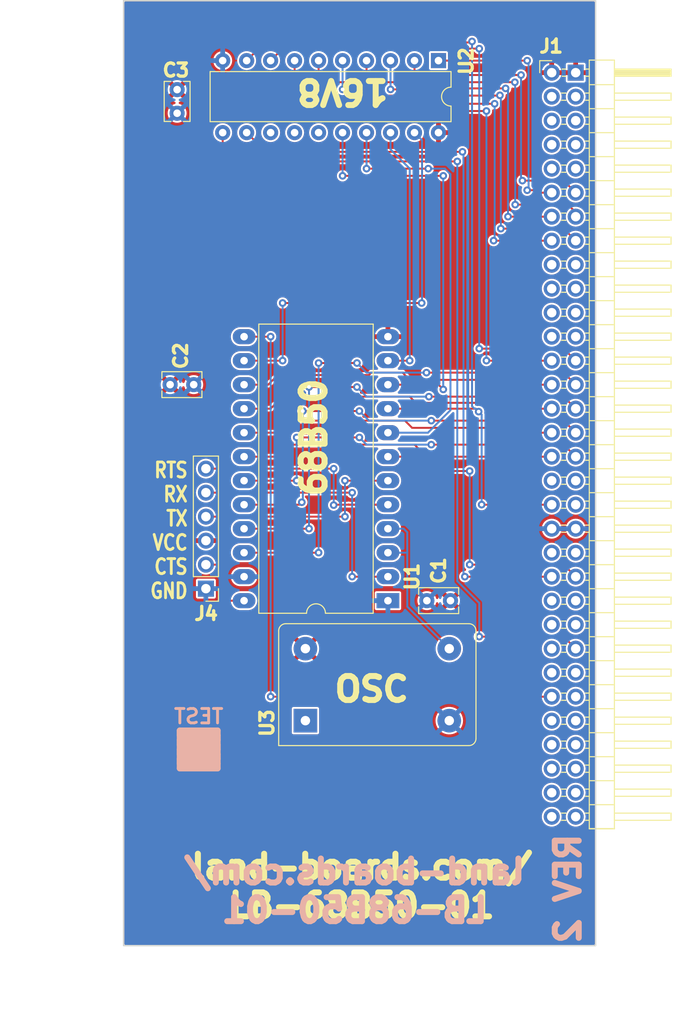
<source format=kicad_pcb>
(kicad_pcb (version 20221018) (generator pcbnew)
  (title_block (title "LB-65C816-01") (date "2022-09-09") (rev "1") (company "land-boards.com"))
  (layers (0 "F.Cu" signal) (31 "B.Cu" signal) (34 "B.Paste" user) (35 "F.Paste" user) (36 "B.SilkS" user "B.Silkscreen") (37 "F.SilkS" user "F.Silkscreen") (38 "B.Mask" user) (39 "F.Mask" user) (44 "Edge.Cuts" user))
  (net 0 "")
  (net 1 "GND")
  (net 2 "/CPUA11")
  (net 3 "/CPUA12")
  (net 4 "/CPUA13")
  (net 5 "/CPUA14")
  (net 6 "/CPUA15")
  (net 7 "/CPUD4")
  (net 8 "/CPUD3")
  (net 9 "/CPUD5")
  (net 10 "/CPUD6")
  (net 11 "/CPUA0")
  (net 12 "/CPUA1")
  (net 13 "/CPUD2")
  (net 14 "/CPUA2")
  (net 15 "/CPUD7")
  (net 16 "/CPUA3")
  (net 17 "/CPUD0")
  (net 18 "/CPUA4")
  (net 19 "/CPUD1")
  (net 20 "/CPUA5")
  (net 21 "/CPUA6")
  (net 22 "/CPUA7")
  (net 23 "/CPUA8")
  (net 24 "/CPUA9")
  (net 25 "/CPUA10")
  (net 26 "/CPUA18")
  (net 27 "/CPUA16")
  (net 28 "/CPUA17")
  (net 29 "/CPUCLK")
  (net 30 "/CPUA22")
  (net 31 "/CPUA23")
  (net 32 "/CPUA20")
  (net 33 "/CPUA21")
  (net 34 "/CPUA19")
  (net 35 "VCC")
  (net 36 "/~{IORQ}")
  (net 37 "/~{CPURESB}")
  (net 38 "/VPA")
  (net 39 "/~{IRQB}")
  (net 49 "/VPB")
  (net 50 "/~{NMIB}")
  (net 51 "/~{ABORT}")
  (net 52 "/VDA")
  (net 53 "/RDY")
  (net 54 "/CPUE")
  (net 55 "/RWB")
  (net 56 "/MLB")
  (net 58 "/~{RAMCS}")
  (net 59 "/~{MEMRD}")
  (net 60 "/~{ROMCS}")
  (net 61 "/CPUMX")
  (net 62 "/ACIACS0")
  (net 63 "/ACIACS1")
  (net 64 "/ACIARS")
  (net 65 "/ACIAE")
  (net 66 "/IORQ")
  (net 69 "Net-(U1-Rx_CLK)")
  (net 70 "/~{IOCS}")
  (net 71 "/UART_CTS_5")
  (net 72 "/UART_TX_5")
  (net 73 "/UART_RX_5")
  (net 74 "/UART_RTS_5")
  (footprint "LandBoards_Conns:PinHeader_2x32_P2.54mm_Horizontal-FLIPPED" (layer "F.Cu") (at 177.35 54.615)
    (fp_text reference "J1" (at -0.058 -2.799) (layer "F.SilkS") (effects (font (size 1.397 1.397) (thickness 0.34925))))
    (fp_text value "Conn_2x32_RtAng")
    (pad "1" thru_hole rect (at 2.54 0) (size 1.7 1.7) (drill 1) (layers "*.Cu" "*.Mask") (net 35 "VCC"))
    (pad "2" thru_hole oval (at 0 0) (size 1.7 1.7) (drill 1) (layers "*.Cu" "*.Mask") (net 35 "VCC"))
    (pad "3" thru_hole oval (at 2.54 2.54) (size 1.7 1.7) (drill 1) (layers "*.Cu" "*.Mask") (net 30 "/CPUA22"))
    (pad "4" thru_hole oval (at 0 2.54) (size 1.7 1.7) (drill 1) (layers "*.Cu" "*.Mask") (net 31 "/CPUA23"))
    (pad "5" thru_hole oval (at 2.54 5.08) (size 1.7 1.7) (drill 1) (layers "*.Cu" "*.Mask") (net 32 "/CPUA20"))
    (pad "6" thru_hole oval (at 0 5.08) (size 1.7 1.7) (drill 1) (layers "*.Cu" "*.Mask") (net 33 "/CPUA21"))
    (pad "7" thru_hole oval (at 2.54 7.62) (size 1.7 1.7) (drill 1) (layers "*.Cu" "*.Mask") (net 26 "/CPUA18"))
    (pad "8" thru_hole oval (at 0 7.62) (size 1.7 1.7) (drill 1) (layers "*.Cu" "*.Mask") (net 34 "/CPUA19"))
    (pad "9" thru_hole oval (at 2.54 10.16) (size 1.7 1.7) (drill 1) (layers "*.Cu" "*.Mask") (net 27 "/CPUA16"))
    (pad "10" thru_hole oval (at 0 10.16) (size 1.7 1.7) (drill 1) (layers "*.Cu" "*.Mask") (net 28 "/CPUA17"))
    (pad "11" thru_hole oval (at 2.54 12.7) (size 1.7 1.7) (drill 1) (layers "*.Cu" "*.Mask") (net 5 "/CPUA14"))
    (pad "12" thru_hole oval (at 0 12.7) (size 1.7 1.7) (drill 1) (layers "*.Cu" "*.Mask") (net 6 "/CPUA15"))
    (pad "13" thru_hole oval (at 2.54 15.24) (size 1.7 1.7) (drill 1) (layers "*.Cu" "*.Mask") (net 3 "/CPUA12"))
    (pad "14" thru_hole oval (at 0 15.24) (size 1.7 1.7) (drill 1) (layers "*.Cu" "*.Mask") (net 4 "/CPUA13"))
    (pad "15" thru_hole oval (at 2.54 17.78) (size 1.7 1.7) (drill 1) (layers "*.Cu" "*.Mask") (net 25 "/CPUA10"))
    (pad "16" thru_hole oval (at 0 17.78) (size 1.7 1.7) (drill 1) (layers "*.Cu" "*.Mask") (net 2 "/CPUA11"))
    (pad "17" thru_hole oval (at 2.54 20.32) (size 1.7 1.7) (drill 1) (layers "*.Cu" "*.Mask") (net 23 "/CPUA8"))
    (pad "18" thru_hole oval (at 0 20.32) (size 1.7 1.7) (drill 1) (layers "*.Cu" "*.Mask") (net 24 "/CPUA9"))
    (pad "19" thru_hole oval (at 2.54 22.86) (size 1.7 1.7) (drill 1) (layers "*.Cu" "*.Mask") (net 21 "/CPUA6"))
    (pad "20" thru_hole oval (at 0 22.86) (size 1.7 1.7) (drill 1) (layers "*.Cu" "*.Mask") (net 22 "/CPUA7"))
    (pad "21" thru_hole oval (at 2.54 25.4) (size 1.7 1.7) (drill 1) (layers "*.Cu" "*.Mask") (net 18 "/CPUA4"))
    (pad "22" thru_hole oval (at 0 25.4) (size 1.7 1.7) (drill 1) (layers "*.Cu" "*.Mask") (net 20 "/CPUA5"))
    (pad "23" thru_hole oval (at 2.54 27.94) (size 1.7 1.7) (drill 1) (layers "*.Cu" "*.Mask") (net 14 "/CPUA2"))
    (pad "24" thru_hole oval (at 0 27.94) (size 1.7 1.7) (drill 1) (layers "*.Cu" "*.Mask") (net 16 "/CPUA3"))
    (pad "25" thru_hole oval (at 2.54 30.48) (size 1.7 1.7) (drill 1) (layers "*.Cu" "*.Mask") (net 11 "/CPUA0"))
    (pad "26" thru_hole oval (at 0 30.48) (size 1.7 1.7) (drill 1) (layers "*.Cu" "*.Mask") (net 12 "/CPUA1"))
    (pad "27" thru_hole oval (at 2.54 33.02) (size 1.7 1.7) (drill 1) (layers "*.Cu" "*.Mask") (net 17 "/CPUD0"))
    (pad "28" thru_hole oval (at 0 33.02) (size 1.7 1.7) (drill 1) (layers "*.Cu" "*.Mask") (net 15 "/CPUD7"))
    (pad "29" thru_hole oval (at 2.54 35.56) (size 1.7 1.7) (drill 1) (layers "*.Cu" "*.Mask") (net 19 "/CPUD1"))
    (pad "30" thru_hole oval (at 0 35.56) (size 1.7 1.7) (drill 1) (layers "*.Cu" "*.Mask") (net 10 "/CPUD6"))
    (pad "31" thru_hole oval (at 2.54 38.1) (size 1.7 1.7) (drill 1) (layers "*.Cu" "*.Mask") (net 13 "/CPUD2"))
    (pad "32" thru_hole oval (at 0 38.1) (size 1.7 1.7) (drill 1) (layers "*.Cu" "*.Mask") (net 9 "/CPUD5"))
    (pad "33" thru_hole oval (at 2.54 40.64) (size 1.7 1.7) (drill 1) (layers "*.Cu" "*.Mask") (net 8 "/CPUD3"))
    (pad "34" thru_hole oval (at 0 40.64) (size 1.7 1.7) (drill 1) (layers "*.Cu" "*.Mask") (net 7 "/CPUD4"))
    (pad "35" thru_hole oval (at 2.54 43.18) (size 1.7 1.7) (drill 1) (layers "*.Cu" "*.Mask") (net 58 "/~{RAMCS}"))
    (pad "36" thru_hole oval (at 0 43.18) (size 1.7 1.7) (drill 1) (layers "*.Cu" "*.Mask") (net 59 "/~{MEMRD}"))
    (pad "37" thru_hole oval (at 2.54 45.72) (size 1.7 1.7) (drill 1) (layers "*.Cu" "*.Mask") (net 60 "/~{ROMCS}"))
    (pad "38" thru_hole oval (at 0 45.72) (size 1.7 1.7) (drill 1) (layers "*.Cu" "*.Mask") (net 70 "/~{IOCS}"))
    (pad "39" thru_hole oval (at 2.54 48.26) (size 1.7 1.7) (drill 1) (layers "*.Cu" "*.Mask") (net 1 "GND"))
    (pad "40" thru_hole oval (at 0 48.26) (size 1.7 1.7) (drill 1) (layers "*.Cu" "*.Mask") (net 1 "GND"))
    (pad "41" thru_hole oval (at 2.54 50.8) (size 1.7 1.7) (drill 1) (layers "*.Cu" "*.Mask") (net 29 "/CPUCLK"))
    (pad "42" thru_hole oval (at 0 50.8) (size 1.7 1.7) (drill 1) (layers "*.Cu" "*.Mask") (net 38 "/VPA"))
    (pad "43" thru_hole oval (at 2.54 53.34) (size 1.7 1.7) (drill 1) (layers "*.Cu" "*.Mask") (net 39 "/~{IRQB}"))
    (pad "44" thru_hole oval (at 0 53.34) (size 1.7 1.7) (drill 1) (layers "*.Cu" "*.Mask") (net 49 "/VPB"))
    (pad "45" thru_hole oval (at 2.54 55.88) (size 1.7 1.7) (drill 1) (layers "*.Cu" "*.Mask") (net 50 "/~{NMIB}"))
    (pad "46" thru_hole oval (at 0 55.88) (size 1.7 1.7) (drill 1) (layers "*.Cu" "*.Mask") (net 37 "/~{CPURESB}"))
    (pad "47" thru_hole oval (at 2.54 58.42) (size 1.7 1.7) (drill 1) (layers "*.Cu" "*.Mask") (net 51 "/~{ABORT}"))
    (pad "48" thru_hole oval (at 0 58.42) (size 1.7 1.7) (drill 1) (layers "*.Cu" "*.Mask") (net 56 "/MLB"))
    (pad "49" thru_hole oval (at 2.54 60.96) (size 1.7 1.7) (drill 1) (layers "*.Cu" "*.Mask") (net 52 "/VDA"))
    (pad "50" thru_hole oval (at 0 60.96) (size 1.7 1.7) (drill 1) (layers "*.Cu" "*.Mask") (net 53 "/RDY"))
    (pad "51" thru_hole oval (at 2.54 63.5) (size 1.7 1.7) (drill 1) (layers "*.Cu" "*.Mask") (net 36 "/~{IORQ}"))
    (pad "52" thru_hole oval (at 0 63.5) (size 1.7 1.7) (drill 1) (layers "*.Cu" "*.Mask") (net 54 "/CPUE"))
    (pad "53" thru_hole oval (at 2.54 66.04) (size 1.7 1.7) (drill 1) (layers "*.Cu" "*.Mask") (net 61 "/CPUMX"))
    (pad "54" thru_hole oval (at 0 66.04) (size 1.7 1.7) (drill 1) (layers "*.Cu" "*.Mask") (net 55 "/RWB"))
    (pad "55" thru_hole oval (at 2.54 68.58) (size 1.7 1.7) (drill 1) (layers "*.Cu" "*.Mask"))
    (pad "56" thru_hole oval (at 0 68.58) (size 1.7 1.7) (drill 1) (layers "*.Cu" "*.Mask"))
    (pad "57" thru_hole oval (at 2.54 71.12) (size 1.7 1.7) (drill 1) (layers "*.Cu" "*.Mask"))
    (pad "58" thru_hole oval (at 0 71.12) (size 1.7 1.7) (drill 1) (layers "*.Cu" "*.Mask"))
    (pad "59" thru_hole oval (at 2.54 73.66) (size 1.7 1.7) (drill 1) (layers "*.Cu" "*.Mask"))
    (pad "60" thru_hole oval (at 0 73.66) (size 1.7 1.7) (drill 1) (layers "*.Cu" "*.Mask"))
    (pad "61" thru_hole oval (at 2.54 76.2) (size 1.7 1.7) (drill 1) (layers "*.Cu" "*.Mask"))
    (pad "62" thru_hole oval (at 0 76.2) (size 1.7 1.7) (drill 1) (layers "*.Cu" "*.Mask"))
    (pad "63" thru_hole oval (at 2.54 78.74) (size 1.7 1.7) (drill 1) (layers "*.Cu" "*.Mask"))
    (pad "64" thru_hole oval (at 0 78.74) (size 1.7 1.7) (drill 1) (layers "*.Cu" "*.Mask"))
  )
  (footprint "Package_DIP:DIP-24_W15.24mm_LongPads" (layer "F.Cu") (at 160 110.495 180)
    (fp_text reference "U1" (at -2.56 2.545 270) (layer "F.SilkS") (effects (font (size 1.397 1.397) (thickness 0.34925))))
    (fp_text value "MC68B50_FIXED")
    (pad "1" thru_hole rect (at 0 0 180) (size 2.4 1.6) (drill 0.8) (layers "*.Cu" "*.Mask") (net 1 "GND"))
    (pad "2" thru_hole oval (at 0 2.54 180) (size 2.4 1.6) (drill 0.8) (layers "*.Cu" "*.Mask") (net 73 "/UART_RX_5"))
    (pad "3" thru_hole oval (at 0 5.08 180) (size 2.4 1.6) (drill 0.8) (layers "*.Cu" "*.Mask") (net 69 "Net-(U1-Rx_CLK)"))
    (pad "4" thru_hole oval (at 0 7.62 180) (size 2.4 1.6) (drill 0.8) (layers "*.Cu" "*.Mask") (net 69 "Net-(U1-Rx_CLK)"))
    (pad "5" thru_hole oval (at 0 10.16 180) (size 2.4 1.6) (drill 0.8) (layers "*.Cu" "*.Mask") (net 74 "/UART_RTS_5"))
    (pad "6" thru_hole oval (at 0 12.7 180) (size 2.4 1.6) (drill 0.8) (layers "*.Cu" "*.Mask") (net 72 "/UART_TX_5"))
    (pad "7" thru_hole oval (at 0 15.24 180) (size 2.4 1.6) (drill 0.8) (layers "*.Cu" "*.Mask") (net 39 "/~{IRQB}"))
    (pad "8" thru_hole oval (at 0 17.78 180) (size 2.4 1.6) (drill 0.8) (layers "*.Cu" "*.Mask") (net 62 "/ACIACS0"))
    (pad "9" thru_hole oval (at 0 20.32 180) (size 2.4 1.6) (drill 0.8) (layers "*.Cu" "*.Mask") (net 70 "/~{IOCS}"))
    (pad "10" thru_hole oval (at 0 22.86 180) (size 2.4 1.6) (drill 0.8) (layers "*.Cu" "*.Mask") (net 63 "/ACIACS1"))
    (pad "11" thru_hole oval (at 0 25.4 180) (size 2.4 1.6) (drill 0.8) (layers "*.Cu" "*.Mask") (net 64 "/ACIARS"))
    (pad "12" thru_hole oval (at 0 27.94 180) (size 2.4 1.6) (drill 0.8) (layers "*.Cu" "*.Mask") (net 35 "VCC"))
    (pad "13" thru_hole oval (at 15.24 27.94 180) (size 2.4 1.6) (drill 0.8) (layers "*.Cu" "*.Mask") (net 55 "/RWB"))
    (pad "14" thru_hole oval (at 15.24 25.4 180) (size 2.4 1.6) (drill 0.8) (layers "*.Cu" "*.Mask") (net 65 "/ACIAE"))
    (pad "15" thru_hole oval (at 15.24 22.86 180) (size 2.4 1.6) (drill 0.8) (layers "*.Cu" "*.Mask") (net 15 "/CPUD7"))
    (pad "16" thru_hole oval (at 15.24 20.32 180) (size 2.4 1.6) (drill 0.8) (layers "*.Cu" "*.Mask") (net 10 "/CPUD6"))
    (pad "17" thru_hole oval (at 15.24 17.78 180) (size 2.4 1.6) (drill 0.8) (layers "*.Cu" "*.Mask") (net 9 "/CPUD5"))
    (pad "18" thru_hole oval (at 15.24 15.24 180) (size 2.4 1.6) (drill 0.8) (layers "*.Cu" "*.Mask") (net 7 "/CPUD4"))
    (pad "19" thru_hole oval (at 15.24 12.7 180) (size 2.4 1.6) (drill 0.8) (layers "*.Cu" "*.Mask") (net 8 "/CPUD3"))
    (pad "20" thru_hole oval (at 15.24 10.16 180) (size 2.4 1.6) (drill 0.8) (layers "*.Cu" "*.Mask") (net 13 "/CPUD2"))
    (pad "21" thru_hole oval (at 15.24 7.62 180) (size 2.4 1.6) (drill 0.8) (layers "*.Cu" "*.Mask") (net 19 "/CPUD1"))
    (pad "22" thru_hole oval (at 15.24 5.08 180) (size 2.4 1.6) (drill 0.8) (layers "*.Cu" "*.Mask") (net 17 "/CPUD0"))
    (pad "23" thru_hole oval (at 15.24 2.54 180) (size 2.4 1.6) (drill 0.8) (layers "*.Cu" "*.Mask") (net 1 "GND"))
    (pad "24" thru_hole oval (at 15.24 0 180) (size 2.4 1.6) (drill 0.8) (layers "*.Cu" "*.Mask") (net 71 "/UART_CTS_5"))
  )
  (footprint "LandBoards_Marking:TEST_BLK-REAR" (layer "F.Cu") (at 139.954 126.238)
    (fp_text reference "TEST" (at 0 -3.5) (layer "B.SilkS") (effects (font (size 1.524 1.524) (thickness 0.3048)) (justify mirror)))
    (fp_text value "COUPON" hide)
  )
  (footprint "Package_DIP:DIP-20_W7.62mm" (layer "F.Cu") (at 165.354 53.34 -90)
    (fp_text reference "U2" (at 0.0508 -2.9464 90) (layer "F.SilkS") (effects (font (size 1.397 1.397) (thickness 0.34925) bold)))
    (fp_text value "GAL16V8")
    (pad "1" thru_hole rect (at 0 0 270) (size 1.6 1.6) (drill 0.8) (layers "*.Cu" "*.Mask") (net 6 "/CPUA15"))
    (pad "2" thru_hole oval (at 0 2.54 270) (size 1.6 1.6) (drill 0.8) (layers "*.Cu" "*.Mask") (net 5 "/CPUA14"))
    (pad "3" thru_hole oval (at 0 5.08 270) (size 1.6 1.6) (drill 0.8) (layers "*.Cu" "*.Mask") (net 4 "/CPUA13"))
    (pad "4" thru_hole oval (at 0 7.62 270) (size 1.6 1.6) (drill 0.8) (layers "*.Cu" "*.Mask") (net 3 "/CPUA12"))
    (pad "5" thru_hole oval (at 0 10.16 270) (size 1.6 1.6) (drill 0.8) (layers "*.Cu" "*.Mask") (net 2 "/CPUA11"))
    (pad "6" thru_hole oval (at 0 12.7 270) (size 1.6 1.6) (drill 0.8) (layers "*.Cu" "*.Mask") (net 25 "/CPUA10"))
    (pad "7" thru_hole oval (at 0 15.24 270) (size 1.6 1.6) (drill 0.8) (layers "*.Cu" "*.Mask") (net 12 "/CPUA1"))
    (pad "8" thru_hole oval (at 0 17.78 270) (size 1.6 1.6) (drill 0.8) (layers "*.Cu" "*.Mask") (net 11 "/CPUA0"))
    (pad "9" thru_hole oval (at 0 20.32 270) (size 1.6 1.6) (drill 0.8) (layers "*.Cu" "*.Mask") (net 70 "/~{IOCS}"))
    (pad "10" thru_hole oval (at 0 22.86 270) (size 1.6 1.6) (drill 0.8) (layers "*.Cu" "*.Mask") (net 1 "GND"))
    (pad "11" thru_hole oval (at 7.62 22.86 270) (size 1.6 1.6) (drill 0.8) (layers "*.Cu" "*.Mask") (net 52 "/VDA"))
    (pad "12" thru_hole oval (at 7.62 20.32 270) (size 1.6 1.6) (drill 0.8) (layers "*.Cu" "*.Mask") (net 49 "/VPB"))
    (pad "13" thru_hole oval (at 7.62 17.78 270) (size 1.6 1.6) (drill 0.8) (layers "*.Cu" "*.Mask") (net 66 "/IORQ"))
    (pad "14" thru_hole oval (at 7.62 15.24 270) (size 1.6 1.6) (drill 0.8) (layers "*.Cu" "*.Mask"))
    (pad "15" thru_hole oval (at 7.62 12.7 270) (size 1.6 1.6) (drill 0.8) (layers "*.Cu" "*.Mask"))
    (pad "16" thru_hole oval (at 7.62 10.16 270) (size 1.6 1.6) (drill 0.8) (layers "*.Cu" "*.Mask") (net 63 "/ACIACS1"))
    (pad "17" thru_hole oval (at 7.62 7.62 270) (size 1.6 1.6) (drill 0.8) (layers "*.Cu" "*.Mask") (net 62 "/ACIACS0"))
    (pad "18" thru_hole oval (at 7.62 5.08 270) (size 1.6 1.6) (drill 0.8) (layers "*.Cu" "*.Mask") (net 64 "/ACIARS"))
    (pad "19" thru_hole oval (at 7.62 2.54 270) (size 1.6 1.6) (drill 0.8) (layers "*.Cu" "*.Mask") (net 65 "/ACIAE"))
    (pad "20" thru_hole oval (at 7.62 0 270) (size 1.6 1.6) (drill 0.8) (layers "*.Cu" "*.Mask") (net 35 "VCC"))
  )
  (footprint "Capacitor_THT:C_Rect_L4.0mm_W2.5mm_P2.50mm" (layer "F.Cu") (at 164.124 110.49)
    (fp_text reference "C1" (at 1.25 -3.175 270) (layer "F.SilkS") (effects (font (size 1.397 1.397) (thickness 0.34925))))
    (fp_text value "0.1uF")
    (pad "1" thru_hole circle (at 0 0) (size 1.6 1.6) (drill 0.8) (layers "*.Cu" "*.Mask") (net 1 "GND"))
    (pad "2" thru_hole circle (at 2.5 0) (size 1.6 1.6) (drill 0.8) (layers "*.Cu" "*.Mask") (net 35 "VCC"))
  )
  (footprint "Capacitor_THT:C_Rect_L4.0mm_W2.5mm_P2.50mm" (layer "F.Cu") (at 139.426 87.63 180)
    (fp_text reference "C2" (at 1.377 3.048 90) (layer "F.SilkS") (effects (font (size 1.397 1.397) (thickness 0.34925))))
    (fp_text value "0.1uF")
    (pad "1" thru_hole circle (at 0 0 180) (size 1.6 1.6) (drill 0.8) (layers "*.Cu" "*.Mask") (net 1 "GND"))
    (pad "2" thru_hole circle (at 2.5 0 180) (size 1.6 1.6) (drill 0.8) (layers "*.Cu" "*.Mask") (net 35 "VCC"))
  )
  (footprint "Connector_PinHeader_2.54mm:PinHeader_1x06_P2.54mm_Vertical" (layer "F.Cu") (at 140.716 109.22 180)
    (fp_text reference "J4" (at -0.0254 -2.6416) (layer "F.SilkS") (effects (font (size 1.397 1.397) (thickness 0.34925) bold)))
    (fp_text value "FTDI-MASTER-HDR")
    (pad "1" thru_hole rect (at 0 0 180) (size 1.7 1.7) (drill 1) (layers "*.Cu" "*.Mask") (net 1 "GND"))
    (pad "2" thru_hole oval (at 0 2.54 180) (size 1.7 1.7) (drill 1) (layers "*.Cu" "*.Mask") (net 71 "/UART_CTS_5"))
    (pad "3" thru_hole oval (at 0 5.08 180) (size 1.7 1.7) (drill 1) (layers "*.Cu" "*.Mask") (net 35 "VCC"))
    (pad "4" thru_hole oval (at 0 7.62 180) (size 1.7 1.7) (drill 1) (layers "*.Cu" "*.Mask") (net 72 "/UART_TX_5"))
    (pad "5" thru_hole oval (at 0 10.16 180) (size 1.7 1.7) (drill 1) (layers "*.Cu" "*.Mask") (net 73 "/UART_RX_5"))
    (pad "6" thru_hole oval (at 0 12.7 180) (size 1.7 1.7) (drill 1) (layers "*.Cu" "*.Mask") (net 74 "/UART_RTS_5"))
  )
  (footprint "Oscillator:Oscillator_DIP-14_LargePads" (layer "F.Cu") (at 151.257 123.19)
    (fp_text reference "U3" (at -4.064 0.254 90) (layer "F.SilkS") (effects (font (size 1.397 1.397) (thickness 0.34925))))
    (fp_text value "1.8432 MHz")
    (pad "1" thru_hole rect (at 0 0) (size 2.5 2.5) (drill 1) (layers "*.Cu" "*.Mask"))
    (pad "7" thru_hole circle (at 15.24 0) (size 2.5 2.5) (drill 1) (layers "*.Cu" "*.Mask") (net 1 "GND"))
    (pad "8" thru_hole circle (at 15.24 -7.62) (size 2.5 2.5) (drill 1) (layers "*.Cu" "*.Mask") (net 69 "Net-(U1-Rx_CLK)"))
    (pad "14" thru_hole circle (at 0 -7.62) (size 2.5 2.5) (drill 1) (layers "*.Cu" "*.Mask") (net 35 "VCC"))
  )
  (footprint "Capacitor_THT:C_Rect_L4.0mm_W2.5mm_P2.50mm" (layer "F.Cu") (at 137.668 58.908 90)
    (fp_text reference "C3" (at 4.552 -0.127) (layer "F.SilkS") (effects (font (size 1.397 1.397) (thickness 0.34925))))
    (fp_text value "0.1uF")
    (pad "1" thru_hole circle (at 0 0 90) (size 1.6 1.6) (drill 0.8) (layers "*.Cu" "*.Mask") (net 1 "GND"))
    (pad "2" thru_hole circle (at 2.5 0 90) (size 1.6 1.6) (drill 0.8) (layers "*.Cu" "*.Mask") (net 35 "VCC"))
  )
  (gr_rect (start 132 47) (end 182 147) (stroke (width 0.15)) (fill none) (layer "Edge.Cuts"))
  (gr_text "land-boards.com/\nLB-68B50-01" (at 156.464 141.224) (layer "B.SilkS") (effects (font (size 2.54 2.54) (thickness 0.635)) (justify mirror)))
  (gr_text "REV 2" (at 179.07 140.97 90) (layer "B.SilkS") (effects (font (size 2.54 2.54) (thickness 0.635)) (justify mirror)))
  (gr_text "OSC" (at 158.2674 119.8626) (layer "F.SilkS") (effects (font (size 2.54 2.54) (thickness 0.635))))
  (gr_text "68B50" (at 152.146 93.218 90) (layer "F.SilkS") (effects (font (size 2.54 2.54) (thickness 0.635))))
  (gr_text "land-boards.com/\nLB-68B50-01" (at 157.226 140.716) (layer "F.SilkS") (effects (font (size 2.54 2.54) (thickness 0.635))))
  (gr_text "RTS\nRX\nTX\nVCC\nCTS\nGND" (at 138.938 95.758) (layer "F.SilkS") (effects (font (size 1.5875 1.27) (thickness 0.3) bold) (justify right top)))
  (gr_text "16V8" (at 155.194 56.642 180) (layer "F.SilkS") (effects (font (size 2.54 2.54) (thickness 0.635))))
  (segment (start 171.201 72.395) (end 171.196 72.39) (width 0.2032) (layer "F.Cu") (net 2))
  (segment (start 157.233761 56.388) (end 158.75 57.904239) (width 0.2032) (layer "F.Cu") (net 2))
  (segment (start 155.194 56.388) (end 157.233761 56.388) (width 0.2032) (layer "F.Cu") (net 2))
  (segment (start 171.3045 57.904239) (end 158.75 57.904239) (width 0.2032) (layer "F.Cu") (net 2))
  (segment (start 177.35 72.395) (end 171.201 72.395) (width 0.2032) (layer "F.Cu") (net 2))
  (via (at 155.194 56.388) (size 0.8) (drill 0.4) (layers "F.Cu" "B.Cu") (net 2))
  (via (at 171.196 72.39) (size 0.8) (drill 0.4) (layers "F.Cu" "B.Cu") (net 2))
  (via (at 171.3045 57.904239) (size 0.8) (drill 0.4) (layers "F.Cu" "B.Cu") (net 2))
  (segment (start 155.194 56.388) (end 155.194 53.34) (width 0.2032) (layer "B.Cu") (net 2))
  (segment (start 171.196 72.39) (end 171.3045 72.2815) (width 0.2032) (layer "B.Cu") (net 2))
  (segment (start 171.3045 72.2815) (end 171.3045 57.904239) (width 0.2032) (layer "B.Cu") (net 2))
  (segment (start 179.89 69.4) (end 179.07 68.58) (width 0.2032) (layer "F.Cu") (net 3))
  (segment (start 157.734 54.864) (end 157.734 53.34) (width 0.2032) (layer "F.Cu") (net 3))
  (segment (start 158.496 55.626) (end 157.734 54.864) (width 0.2032) (layer "F.Cu") (net 3))
  (segment (start 179.07 68.58) (end 173.482 68.58) (width 0.2032) (layer "F.Cu") (net 3))
  (segment (start 173.445 55.626) (end 158.496 55.626) (width 0.2032) (layer "F.Cu") (net 3))
  (via (at 173.445 55.626) (size 0.8) (drill 0.4) (layers "F.Cu" "B.Cu") (net 3))
  (via (at 173.482 68.58) (size 0.8) (drill 0.4) (layers "F.Cu" "B.Cu") (net 3))
  (segment (start 173.482 55.663) (end 173.445 55.626) (width 0.2032) (layer "B.Cu") (net 3))
  (segment (start 173.482 68.58) (end 173.482 55.663) (width 0.2032) (layer "B.Cu") (net 3))
  (segment (start 177.35 69.855) (end 172.725 69.855) (width 0.2032) (layer "F.Cu") (net 4))
  (segment (start 160.274 56.388) (end 162.1975 56.388) (width 0.2032) (layer "F.Cu") (net 4))
  (segment (start 162.306 56.2795) (end 172.466 56.2795) (width 0.2032) (layer "F.Cu") (net 4))
  (segment (start 162.1975 56.388) (end 162.306 56.2795) (width 0.2032) (layer "F.Cu") (net 4))
  (segment (start 172.725 69.855) (end 172.72 69.85) (width 0.2032) (layer "F.Cu") (net 4))
  (via (at 172.466 56.2795) (size 0.8) (drill 0.4) (layers "F.Cu" "B.Cu") (net 4))
  (via (at 160.274 56.388) (size 0.8) (drill 0.4) (layers "F.Cu" "B.Cu") (net 4))
  (via (at 172.72 69.85) (size 0.8) (drill 0.4) (layers "F.Cu" "B.Cu") (net 4))
  (segment (start 172.72 56.5335) (end 172.466 56.2795) (width 0.2032) (layer "B.Cu") (net 4))
  (segment (start 160.274 56.388) (end 160.274 53.34) (width 0.2032) (layer "B.Cu") (net 4))
  (segment (start 172.72 69.85) (end 172.72 56.5335) (width 0.2032) (layer "B.Cu") (net 4))
  (segment (start 174.244 66.04) (end 178.615 66.04) (width 0.2032) (layer "F.Cu") (net 5))
  (segment (start 162.814 54.356) (end 163.322 54.864) (width 0.2032) (layer "F.Cu") (net 5))
  (segment (start 163.322 54.864) (end 174.0985 54.864) (width 0.2032) (layer "F.Cu") (net 5))
  (segment (start 162.814 53.34) (end 162.814 54.356) (width 0.2032) (layer "F.Cu") (net 5))
  (segment (start 178.615 66.04) (end 179.89 67.315) (width 0.2032) (layer "F.Cu") (net 5))
  (via (at 174.244 66.04) (size 0.8) (drill 0.4) (layers "F.Cu" "B.Cu") (net 5))
  (via (at 174.0985 54.864) (size 0.8) (drill 0.4) (layers "F.Cu" "B.Cu") (net 5))
  (segment (start 174.0985 54.864) (end 174.0985 65.8945) (width 0.2032) (layer "B.Cu") (net 5))
  (segment (start 174.0985 65.8945) (end 174.244 66.04) (width 0.2032) (layer "B.Cu") (net 5))
  (segment (start 165.354 53.34) (end 174.752 53.34) (width 0.2032) (layer "F.Cu") (net 6))
  (segment (start 177.35 67.315) (end 176.027 67.315) (width 0.2032) (layer "F.Cu") (net 6))
  (segment (start 175.768 67.056) (end 174.752 67.056) (width 0.2032) (layer "F.Cu") (net 6))
  (segment (start 176.027 67.315) (end 175.768 67.056) (width 0.2032) (layer "F.Cu") (net 6))
  (via (at 174.752 67.056) (size 0.8) (drill 0.4) (layers "F.Cu" "B.Cu") (net 6))
  (via (at 174.752 53.34) (size 0.8) (drill 0.4) (layers "F.Cu" "B.Cu") (net 6))
  (segment (start 174.898 53.486) (end 174.752 53.34) (width 0.2032) (layer "B.Cu") (net 6))
  (segment (start 174.752 67.056) (end 174.898 66.91) (width 0.2032) (layer "B.Cu") (net 6))
  (segment (start 174.898 66.91) (end 174.898 53.486) (width 0.2032) (layer "B.Cu") (net 6))
  (segment (start 162.814 93.98) (end 149.86 93.98) (width 0.2032) (layer "F.Cu") (net 7))
  (segment (start 149.86 93.98) (end 148.585 95.255) (width 0.2032) (layer "F.Cu") (net 7))
  (segment (start 148.585 95.255) (end 144.76 95.255) (width 0.2032) (layer "F.Cu") (net 7))
  (segment (start 164.089 95.255) (end 162.814 93.98) (width 0.2032) (layer "F.Cu") (net 7))
  (segment (start 177.35 95.255) (end 164.089 95.255) (width 0.2032) (layer "F.Cu") (net 7))
  (segment (start 179.89 95.255) (end 178.615 93.98) (width 0.2032) (layer "F.Cu") (net 8))
  (segment (start 156.972 93.218) (end 150.331 93.218) (width 0.2032) (layer "F.Cu") (net 8))
  (segment (start 150.331 97.79) (end 150.326 97.795) (width 0.2032) (layer "F.Cu") (net 8))
  (segment (start 150.326 97.795) (end 144.76 97.795) (width 0.2032) (layer "F.Cu") (net 8))
  (segment (start 178.615 93.98) (end 164.592 93.98) (width 0.2032) (layer "F.Cu") (net 8))
  (via (at 150.331 93.218) (size 0.8) (drill 0.4) (layers "F.Cu" "B.Cu") (net 8))
  (via (at 156.972 93.218) (size 0.8) (drill 0.4) (layers "F.Cu" "B.Cu") (net 8))
  (via (at 150.331 97.79) (size 0.8) (drill 0.4) (layers "F.Cu" "B.Cu") (net 8))
  (via (at 164.592 93.98) (size 0.8) (drill 0.4) (layers "F.Cu" "B.Cu") (net 8))
  (segment (start 150.331 93.218) (end 150.331 97.79) (width 0.2032) (layer "B.Cu") (net 8))
  (segment (start 157.734 93.98) (end 156.972 93.218) (width 0.2032) (layer "B.Cu") (net 8))
  (segment (start 164.592 93.98) (end 157.734 93.98) (width 0.2032) (layer "B.Cu") (net 8))
  (segment (start 172.461 92.202) (end 172.974 92.715) (width 0.2032) (layer "F.Cu") (net 9))
  (segment (start 149.352 91.44) (end 161.798 91.44) (width 0.2032) (layer "F.Cu") (net 9))
  (segment (start 161.798 91.44) (end 162.56 92.202) (width 0.2032) (layer "F.Cu") (net 9))
  (segment (start 144.76 92.715) (end 148.077 92.715) (width 0.2032) (layer "F.Cu") (net 9))
  (segment (start 162.56 92.202) (end 172.461 92.202) (width 0.2032) (layer "F.Cu") (net 9))
  (segment (start 172.974 92.715) (end 177.35 92.715) (width 0.2032) (layer "F.Cu") (net 9))
  (segment (start 148.077 92.715) (end 149.352 91.44) (width 0.2032) (layer "F.Cu") (net 9))
  (segment (start 162.306 88.9) (end 162.96 89.554) (width 0.2032) (layer "F.Cu") (net 10))
  (segment (start 173.369 89.554) (end 173.99 90.175) (width 0.2032) (layer "F.Cu") (net 10))
  (segment (start 147.569 90.175) (end 148.844 88.9) (width 0.2032) (layer "F.Cu") (net 10))
  (segment (start 162.96 89.554) (end 173.369 89.554) (width 0.2032) (layer "F.Cu") (net 10))
  (segment (start 173.99 90.175) (end 177.35 90.175) (width 0.2032) (layer "F.Cu") (net 10))
  (segment (start 144.76 90.175) (end 147.569 90.175) (width 0.2032) (layer "F.Cu") (net 10))
  (segment (start 148.844 88.9) (end 162.306 88.9) (width 0.2032) (layer "F.Cu") (net 10))
  (segment (start 169.672 83.82) (end 178.615 83.82) (width 0.2032) (layer "F.Cu") (net 11))
  (segment (start 169.672 52.07) (end 148.844 52.07) (width 0.2032) (layer "F.Cu") (net 11))
  (segment (start 178.615 83.82) (end 179.89 85.095) (width 0.2032) (layer "F.Cu") (net 11))
  (segment (start 148.844 52.07) (end 147.574 53.34) (width 0.2032) (layer "F.Cu") (net 11))
  (via (at 169.672 52.07) (size 0.8) (drill 0.4) (layers "F.Cu" "B.Cu") (net 11))
  (via (at 169.672 83.82) (size 0.8) (drill 0.4) (layers "F.Cu" "B.Cu") (net 11))
  (segment (start 169.672 52.07) (end 169.672 83.82) (width 0.2032) (layer "B.Cu") (net 11))
  (segment (start 170.439 85.095) (end 170.434 85.09) (width 0.2032) (layer "F.Cu") (net 12))
  (segment (start 170.434 58.674) (end 158.496 58.674) (width 0.2032) (layer "F.Cu") (net 12))
  (segment (start 151.384 57.15) (end 156.972 57.15) (width 0.2032) (layer "F.Cu") (net 12))
  (segment (start 150.114 55.88) (end 151.384 57.15) (width 0.2032) (layer "F.Cu") (net 12))
  (segment (start 156.972 57.15) (end 158.496 58.674) (width 0.2032) (layer "F.Cu") (net 12))
  (segment (start 150.114 53.34) (end 150.114 55.88) (width 0.2032) (layer "F.Cu") (net 12))
  (segment (start 177.35 85.095) (end 170.439 85.095) (width 0.2032) (layer "F.Cu") (net 12))
  (via (at 170.434 58.674) (size 0.8) (drill 0.4) (layers "F.Cu" "B.Cu") (net 12))
  (via (at 170.434 85.09) (size 0.8) (drill 0.4) (layers "F.Cu" "B.Cu") (net 12))
  (segment (start 170.434 85.09) (end 170.434 58.674) (width 0.2032) (layer "B.Cu") (net 12))
  (segment (start 179.89 92.715) (end 178.615 91.44) (width 0.2032) (layer "F.Cu") (net 13))
  (segment (start 178.615 91.44) (end 164.592 91.44) (width 0.2032) (layer "F.Cu") (net 13))
  (segment (start 150.617 100.335) (end 144.76 100.335) (width 0.2032) (layer "F.Cu") (net 13))
  (segment (start 156.972 90.424) (end 150.9845 90.424) (width 0.2032) (layer "F.Cu") (net 13))
  (segment (start 150.876 100.076) (end 150.617 100.335) (width 0.2032) (layer "F.Cu") (net 13))
  (via (at 150.9845 90.424) (size 0.8) (drill 0.4) (layers "F.Cu" "B.Cu") (net 13))
  (via (at 156.972 90.424) (size 0.8) (drill 0.4) (layers "F.Cu" "B.Cu") (net 13))
  (via (at 150.876 100.076) (size 0.8) (drill 0.4) (layers "F.Cu" "B.Cu") (net 13))
  (via (at 164.592 91.44) (size 0.8) (drill 0.4) (layers "F.Cu" "B.Cu") (net 13))
  (segment (start 150.9845 99.9675) (end 150.876 100.076) (width 0.2032) (layer "B.Cu") (net 13))
  (segment (start 157.988 91.44) (end 156.972 90.424) (width 0.2032) (layer "B.Cu") (net 13))
  (segment (start 150.9845 90.424) (end 150.9845 99.9675) (width 0.2032) (layer "B.Cu") (net 13))
  (segment (start 164.592 91.44) (end 157.988 91.44) (width 0.2032) (layer "B.Cu") (net 13))
  (segment (start 175.255 87.122) (end 162.306 87.122) (width 0.2032) (layer "F.Cu") (net 15))
  (segment (start 175.768 87.635) (end 175.255 87.122) (width 0.2032) (layer "F.Cu") (net 15))
  (segment (start 161.544 86.36) (end 158.242 86.36) (width 0.2032) (layer "F.Cu") (net 15))
  (segment (start 177.35 87.635) (end 175.768 87.635) (width 0.2032) (layer "F.Cu") (net 15))
  (segment (start 148.336 86.614) (end 147.315 87.635) (width 0.2032) (layer "F.Cu") (net 15))
  (segment (start 157.988 86.614) (end 148.336 86.614) (width 0.2032) (layer "F.Cu") (net 15))
  (segment (start 162.306 87.122) (end 161.544 86.36) (width 0.2032) (layer "F.Cu") (net 15))
  (segment (start 158.242 86.36) (end 157.988 86.614) (width 0.2032) (layer "F.Cu") (net 15))
  (segment (start 147.315 87.635) (end 144.76 87.635) (width 0.2032) (layer "F.Cu") (net 15))
  (segment (start 178.615 86.36) (end 164.084 86.36) (width 0.2032) (layer "F.Cu") (net 17))
  (segment (start 144.76 105.415) (end 152.649 105.415) (width 0.2032) (layer "F.Cu") (net 17))
  (segment (start 179.89 87.635) (end 178.615 86.36) (width 0.2032) (layer "F.Cu") (net 17))
  (segment (start 156.718 85.344) (end 152.654 85.344) (width 0.2032) (layer "F.Cu") (net 17))
  (segment (start 152.649 105.415) (end 152.654 105.41) (width 0.2032) (layer "F.Cu") (net 17))
  (via (at 156.718 85.344) (size 0.8) (drill 0.4) (layers "F.Cu" "B.Cu") (net 17))
  (via (at 152.654 105.41) (size 0.8) (drill 0.4) (layers "F.Cu" "B.Cu") (net 17))
  (via (at 164.084 86.36) (size 0.8) (drill 0.4) (layers "F.Cu" "B.Cu") (net 17))
  (via (at 152.654 85.344) (size 0.8) (drill 0.4) (layers "F.Cu" "B.Cu") (net 17))
  (segment (start 157.734 86.36) (end 156.718 85.344) (width 0.2032) (layer "B.Cu") (net 17))
  (segment (start 152.654 85.344) (end 152.654 105.41) (width 0.2032) (layer "B.Cu") (net 17))
  (segment (start 164.084 86.36) (end 157.734 86.36) (width 0.2032) (layer "B.Cu") (net 17))
  (segment (start 179.89 90.175) (end 178.615 88.9) (width 0.2032) (layer "F.Cu") (net 19))
  (segment (start 178.615 88.9) (end 164.338 88.9) (width 0.2032) (layer "F.Cu") (net 19))
  (segment (start 151.633 102.875) (end 151.638 102.87) (width 0.2032) (layer "F.Cu") (net 19))
  (segment (start 144.76 102.875) (end 151.633 102.875) (width 0.2032) (layer "F.Cu") (net 19))
  (segment (start 156.718 87.884) (end 151.638 87.884) (width 0.2032) (layer "F.Cu") (net 19))
  (via (at 151.638 87.884) (size 0.8) (drill 0.4) (layers "F.Cu" "B.Cu") (net 19))
  (via (at 164.338 88.9) (size 0.8) (drill 0.4) (layers "F.Cu" "B.Cu") (net 19))
  (via (at 151.638 102.87) (size 0.8) (drill 0.4) (layers "F.Cu" "B.Cu") (net 19))
  (via (at 156.718 87.884) (size 0.8) (drill 0.4) (layers "F.Cu" "B.Cu") (net 19))
  (segment (start 157.734 88.9) (end 156.718 87.884) (width 0.2032) (layer "B.Cu") (net 19))
  (segment (start 151.638 87.884) (end 151.638 102.87) (width 0.2032) (layer "B.Cu") (net 19))
  (segment (start 164.338 88.9) (end 157.734 88.9) (width 0.2032) (layer "B.Cu") (net 19))
  (segment (start 171.86066 57.01413) (end 171.83279 57.042) (width 0.2032) (layer "F.Cu") (net 25))
  (segment (start 179.89 72.395) (end 178.615 71.12) (width 0.2032) (layer "F.Cu") (net 25))
  (segment (start 157.334 55.626) (end 158.75 57.042) (width 0.2032) (layer "F.Cu") (net 25))
  (segment (start 178.615 71.12) (end 171.958 71.12) (width 0.2032) (layer "F.Cu") (net 25))
  (segment (start 152.654 53.34) (end 152.654 54.61) (width 0.2032) (layer "F.Cu") (net 25))
  (segment (start 171.83279 57.042) (end 158.75 57.042) (width 0.2032) (layer "F.Cu") (net 25))
  (segment (start 153.67 55.626) (end 157.334 55.626) (width 0.2032) (layer "F.Cu") (net 25))
  (segment (start 152.654 54.61) (end 153.67 55.626) (width 0.2032) (layer "F.Cu") (net 25))
  (via (at 171.958 71.12) (size 0.8) (drill 0.4) (layers "F.Cu" "B.Cu") (net 25))
  (via (at 171.86066 57.01413) (size 0.8) (drill 0.4) (layers "F.Cu" "B.Cu") (net 25))
  (segment (start 171.958 71.12) (end 171.958 57.11147) (width 0.2032) (layer "B.Cu") (net 25))
  (segment (start 171.958 57.11147) (end 171.86066 57.01413) (width 0.2032) (layer "B.Cu") (net 25))
  (segment (start 178.615 106.68) (end 179.89 107.955) (width 0.2032) (layer "F.Cu") (net 39))
  (segment (start 164.2364 96.774) (end 168.656 96.774) (width 0.2032) (layer "F.Cu") (net 39))
  (segment (start 178.615 106.68) (end 168.656 106.68) (width 0.2032) (layer "F.Cu") (net 39))
  (segment (start 160 95.255) (end 162.7174 95.255) (width 0.2032) (layer "F.Cu") (net 39))
  (segment (start 162.7174 95.255) (end 164.2364 96.774) (width 0.2032) (layer "F.Cu") (net 39))
  (via (at 168.656 106.68) (size 0.8) (drill 0.4) (layers "F.Cu" "B.Cu") (net 39))
  (via (at 168.656 96.774) (size 0.8) (drill 0.4) (layers "F.Cu" "B.Cu") (net 39))
  (segment (start 168.656 106.68) (end 168.656 96.774) (width 0.2032) (layer "B.Cu") (net 39))
  (segment (start 177.35 107.955) (end 168.153 107.955) (width 0.2032) (layer "F.Cu") (net 49))
  (segment (start 147.066 62.992) (end 145.034 60.96) (width 0.2032) (layer "F.Cu") (net 49))
  (segment (start 167.894 62.992) (end 147.066 62.992) (width 0.2032) (layer "F.Cu") (net 49))
  (segment (start 168.153 107.955) (end 168.148 107.95) (width 0.2032) (layer "F.Cu") (net 49))
  (via (at 168.148 107.95) (size 0.8) (drill 0.4) (layers "F.Cu" "B.Cu") (net 49))
  (via (at 167.894 62.992) (size 0.8) (drill 0.4) (layers "F.Cu" "B.Cu") (net 49))
  (segment (start 168.002 107.804) (end 168.002 63.1) (width 0.2032) (layer "B.Cu") (net 49))
  (segment (start 168.148 107.95) (end 168.002 107.804) (width 0.2032) (layer "B.Cu") (net 49))
  (segment (start 168.002 63.1) (end 167.894 62.992) (width 0.2032) (layer "B.Cu") (net 49))
  (segment (start 142.494 60.96) (end 142.494 62.738) (width 0.2032) (layer "F.Cu") (net 52))
  (segment (start 142.494 62.738) (end 143.764 64.008) (width 0.2032) (layer "F.Cu") (net 52))
  (segment (start 169.672 114.3) (end 178.615 114.3) (width 0.2032) (layer "F.Cu") (net 52))
  (segment (start 143.764 64.008) (end 167.3485 64.008) (width 0.2032) (layer "F.Cu") (net 52))
  (segment (start 178.615 114.3) (end 179.89 115.575) (width 0.2032) (layer "F.Cu") (net 52))
  (via (at 167.3485 64.008) (size 0.8) (drill 0.4) (layers "F.Cu" "B.Cu") (net 52))
  (via (at 169.672 114.3) (size 0.8) (drill 0.4) (layers "F.Cu" "B.Cu") (net 52))
  (segment (start 169.672 110.744) (end 169.672 114.3) (width 0.2032) (layer "B.Cu") (net 52))
  (segment (start 167.3485 108.4205) (end 169.672 110.744) (width 0.2032) (layer "B.Cu") (net 52))
  (segment (start 167.3485 64.008) (end 167.3485 108.4205) (width 0.2032) (layer "B.Cu") (net 52))
  (segment (start 147.574 82.55) (end 147.569 82.555) (width 0.2032) (layer "F.Cu") (net 55))
  (segment (start 177.35 120.655) (end 147.579 120.655) (width 0.2032) (layer "F.Cu") (net 55))
  (segment (start 147.579 120.655) (end 147.574 120.65) (width 0.2032) (layer "F.Cu") (net 55))
  (segment (start 147.569 82.555) (end 144.76 82.555) (width 0.2032) (layer "F.Cu") (net 55))
  (via (at 147.574 120.65) (size 0.8) (drill 0.4) (layers "F.Cu" "B.Cu") (net 55))
  (via (at 147.574 82.55) (size 0.8) (drill 0.4) (layers "F.Cu" "B.Cu") (net 55))
  (segment (start 147.574 120.65) (end 147.574 82.55) (width 0.2032) (layer "B.Cu") (net 55))
  (segment (start 157.734 64.77) (end 164.267499 64.77) (width 0.2032) (layer "F.Cu") (net 62))
  (via (at 157.734 64.77) (size 0.8) (drill 0.4) (layers "F.Cu" "B.Cu") (net 62))
  (via (at 164.267499 64.77) (size 0.8) (drill 0.4) (layers "F.Cu" "B.Cu") (net 62))
  (segment (start 166.624 65.369104) (end 166.624 90.332896) (width 0.2032) (layer "B.Cu") (net 62))
  (segment (start 164.267499 64.77) (end 166.024896 64.77) (width 0.2032) (layer "B.Cu") (net 62))
  (segment (start 164.241896 92.715) (end 160 92.715) (width 0.2032) (layer "B.Cu") (net 62))
  (segment (start 157.734 60.96) (end 157.734 64.77) (width 0.2032) (layer "B.Cu") (net 62))
  (segment (start 166.624 90.332896) (end 164.241896 92.715) (width 0.2032) (layer "B.Cu") (net 62))
  (segment (start 166.024896 64.77) (end 166.624 65.369104) (width 0.2032) (layer "B.Cu") (net 62))
  (segment (start 160 87.635) (end 165.359 87.635) (width 0.2032) (layer "F.Cu") (net 63))
  (segment (start 165.359 87.635) (end 165.862 88.138) (width 0.2032) (layer "F.Cu") (net 63))
  (segment (start 165.862 65.532) (end 155.194 65.532) (width 0.2032) (layer "F.Cu") (net 63))
  (via (at 165.862 88.138) (size 0.8) (drill 0.4) (layers "F.Cu" "B.Cu") (net 63))
  (via (at 155.194 65.532) (size 0.8) (drill 0.4) (layers "F.Cu" "B.Cu") (net 63))
  (via (at 165.862 65.532) (size 0.8) (drill 0.4) (layers "F.Cu" "B.Cu") (net 63))
  (segment (start 155.194 60.96) (end 155.194 65.532) (width 0.2032) (layer "B.Cu") (net 63))
  (segment (start 165.862 88.138) (end 165.862 65.532) (width 0.2032) (layer "B.Cu") (net 63))
  (segment (start 160 85.095) (end 162.301 85.095) (width 0.2032) (layer "F.Cu") (net 64))
  (segment (start 162.301 85.095) (end 162.306 85.09) (width 0.2032) (layer "F.Cu") (net 64))
  (via (at 162.306 85.09) (size 0.8) (drill 0.4) (layers "F.Cu" "B.Cu") (net 64))
  (segment (start 160.274 62.738) (end 160.274 60.96) (width 0.2032) (layer "B.Cu") (net 64))
  (segment (start 162.306 85.09) (end 162.306 64.77) (width 0.2032) (layer "B.Cu") (net 64))
  (segment (start 162.306 64.77) (end 160.274 62.738) (width 0.2032) (layer "B.Cu") (net 64))
  (segment (start 148.839 85.095) (end 144.76 85.095) (width 0.2032) (layer "F.Cu") (net 65))
  (segment (start 148.844 85.09) (end 148.839 85.095) (width 0.2032) (layer "F.Cu") (net 65))
  (segment (start 163.576 78.994) (end 148.844 78.994) (width 0.2032) (layer "F.Cu") (net 65))
  (via (at 148.844 85.09) (size 0.8) (drill 0.4) (layers "F.Cu" "B.Cu") (net 65))
  (via (at 148.844 78.994) (size 0.8) (drill 0.4) (layers "F.Cu" "B.Cu") (net 65))
  (via (at 163.576 78.994) (size 0.8) (drill 0.4) (layers "F.Cu" "B.Cu") (net 65))
  (segment (start 148.844 78.994) (end 148.844 85.09) (width 0.2032) (layer "B.Cu") (net 65))
  (segment (start 163.613999 78.956001) (end 163.576 78.994) (width 0.2032) (layer "B.Cu") (net 65))
  (segment (start 162.814 60.96) (end 163.613999 61.759999) (width 0.2032) (layer "B.Cu") (net 65))
  (segment (start 163.613999 61.759999) (end 163.613999 78.956001) (width 0.2032) (layer "B.Cu") (net 65))
  (segment (start 162.047 105.415) (end 162.047 111.12) (width 0.2032) (layer "B.Cu") (net 69))
  (segment (start 160 102.875) (end 161.666 102.875) (width 0.2032) (layer "B.Cu") (net 69))
  (segment (start 162.047 105.415) (end 160 105.415) (width 0.2032) (layer "B.Cu") (net 69))
  (segment (start 162.047 111.12) (end 166.497 115.57) (width 0.2032) (layer "B.Cu") (net 69))
  (segment (start 162.047 105.415) (end 162.047 103.256) (width 0.2032) (layer "B.Cu") (net 69))
  (segment (start 161.666 102.875) (end 162.047 103.256) (width 0.2032) (layer "B.Cu") (net 69))
  (segment (start 160 90.175) (end 169.296 90.175) (width 0.2032) (layer "F.Cu") (net 70))
  (segment (start 169.931 100.335) (end 169.926 100.33) (width 0.2032) (layer "F.Cu") (net 70))
  (segment (start 177.35 100.335) (end 169.931 100.335) (width 0.2032) (layer "F.Cu") (net 70))
  (segment (start 169.296 90.175) (end 169.6085 90.4875) (width 0.2032) (layer "F.Cu") (net 70))
  (segment (start 168.802 51.416) (end 146.958 51.416) (width 0.2032) (layer "F.Cu") (net 70))
  (segment (start 168.91 51.308) (end 168.802 51.416) (width 0.2032) (layer "F.Cu") (net 70))
  (segment (start 146.958 51.416) (end 145.034 53.34) (width 0.2032) (layer "F.Cu") (net 70))
  (via (at 168.91 51.308) (size 0.8) (drill 0.4) (layers "F.Cu" "B.Cu") (net 70))
  (via (at 169.926 100.33) (size 0.8) (drill 0.4) (layers "F.Cu" "B.Cu") (net 70))
  (via (at 169.6085 90.4875) (size 0.8) (drill 0.4) (layers "F.Cu" "B.Cu") (net 70))
  (segment (start 169.926 100.33) (end 169.926 90.805) (width 0.2032) (layer "B.Cu") (net 70))
  (segment (start 169.6085 90.4875) (end 169.291 90.17) (width 0.2032) (layer "B.Cu") (net 70))
  (segment (start 168.91 89.921) (end 169.164 90.175) (width 0.2032) (layer "B.Cu") (net 70))
  (segment (start 169.286 90.175) (end 169.164 90.175) (width 0.2032) (layer "B.Cu") (net 70))
  (segment (start 168.91 51.308) (end 168.91 89.921) (width 0.2032) (layer "B.Cu") (net 70))
  (segment (start 169.291 90.17) (end 169.286 90.175) (width 0.2032) (layer "B.Cu") (net 70))
  (segment (start 169.926 90.805) (end 169.6085 90.4875) (width 0.2032) (layer "B.Cu") (net 70))
  (segment (start 140.716 106.68) (end 142.24 106.68) (width 0.2032) (layer "F.Cu") (net 71))
  (segment (start 142.748 107.188) (end 142.748 110.236) (width 0.2032) (layer "F.Cu") (net 71))
  (segment (start 142.24 106.68) (end 142.748 107.188) (width 0.2032) (layer "F.Cu") (net 71))
  (segment (start 143.007 110.495) (end 144.76 110.495) (width 0.2032) (layer "F.Cu") (net 71))
  (segment (start 142.748 110.236) (end 143.007 110.495) (width 0.2032) (layer "F.Cu") (net 71))
  (segment (start 140.716 101.6) (end 155.448 101.6) (width 0.2032) (layer "F.Cu") (net 72))
  (segment (start 155.453 97.795) (end 160 97.795) (width 0.2032) (layer "F.Cu") (net 72))
  (segment (start 155.448 97.79) (end 155.453 97.795) (width 0.2032) (layer "F.Cu") (net 72))
  (via (at 155.448 101.6) (size 0.8) (drill 0.4) (layers "F.Cu" "B.Cu") (net 72))
  (via (at 155.448 97.79) (size 0.8) (drill 0.4) (layers "F.Cu" "B.Cu") (net 72))
  (segment (start 155.448 101.6) (end 155.448 97.79) (width 0.2032) (layer "B.Cu") (net 72))
  (segment (start 156.215 107.955) (end 160 107.955) (width 0.2032) (layer "F.Cu") (net 73))
  (segment (start 140.716 99.06) (end 156.21 99.06) (width 0.2032) (layer "F.Cu") (net 73))
  (segment (start 156.21 107.95) (end 156.215 107.955) (width 0.2032) (layer "F.Cu") (net 73))
  (via (at 156.21 107.95) (size 0.8) (drill 0.4) (layers "F.Cu" "B.Cu") (net 73))
  (via (at 156.21 99.06) (size 0.8) (drill 0.4) (layers "F.Cu" "B.Cu") (net 73))
  (segment (start 156.21 99.06) (end 156.21 107.95) (width 0.2032) (layer "B.Cu") (net 73))
  (segment (start 155.829 100.3046) (end 155.8594 100.335) (width 0.2032) (layer "F.Cu") (net 74))
  (segment (start 160 100.335) (end 154.3 100.335) (width 0.2032) (layer "F.Cu") (net 74))
  (segment (start 154.3 100.335) (end 154.2542 100.3808) (width 0.2032) (layer "F.Cu") (net 74))
  (segment (start 155.8594 100.335) (end 160 100.335) (width 0.2032) (layer "F.Cu") (net 74))
  (segment (start 140.716 96.52) (end 154.2542 96.52) (width 0.2032) (layer "F.Cu") (net 74))
  (via (at 154.2542 100.3808) (size 0.8) (drill 0.4) (layers "F.Cu" "B.Cu") (net 74))
  (via (at 154.2542 96.52) (size 0.8) (drill 0.4) (layers "F.Cu" "B.Cu") (net 74))
  (segment (start 154.2542 100.3808) (end 154.2542 96.52) (width 0.2032) (layer "B.Cu") (net 74))
  (zone (net 35) (net_name "VCC") (layer "F.Cu") (connect_pads (clearance 0.2032)) (min_thickness 0.254) (fill yes (thermal_gap 0.508) (thermal_bridge_width 0.508))
    (polygon (pts (xy 182.245 147.11) (xy 132.08 147.11) (xy 132.08 46.99) (xy 182.245 46.99)))
  )
  (zone (net 1) (net_name "GND") (layer "B.Cu") (connect_pads (clearance 0.2032)) (min_thickness 0.254) (fill yes (thermal_gap 0.508) (thermal_bridge_width 0.508))
    (polygon (pts (xy 182.245 147.11) (xy 132.08 147.11) (xy 132.08 46.99) (xy 182.245 46.99)))
  )
)
</source>
